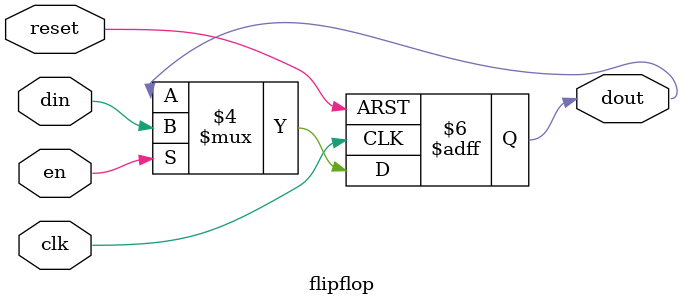
<source format=v>
`timescale 1ns / 1ps


module flipflop(
    input clk,
    input reset,
    input en,
    input din,
    output reg dout
    );
    
    always @(posedge clk or negedge reset)
    begin
    if(!reset)
        dout = 1'b0;
    else if(en)    
        dout = din;
    end 
    /*The circuit resets to 0 when the reset signal is 
    active.
    
    When the reset is inactive and the enable signal is 
    high, the input data is captured and stored in the 
    output on the rising edge of the clock.
    
    The output remains unchanged until the next positive 
    clock edge or the next reset.*/  
endmodule

</source>
